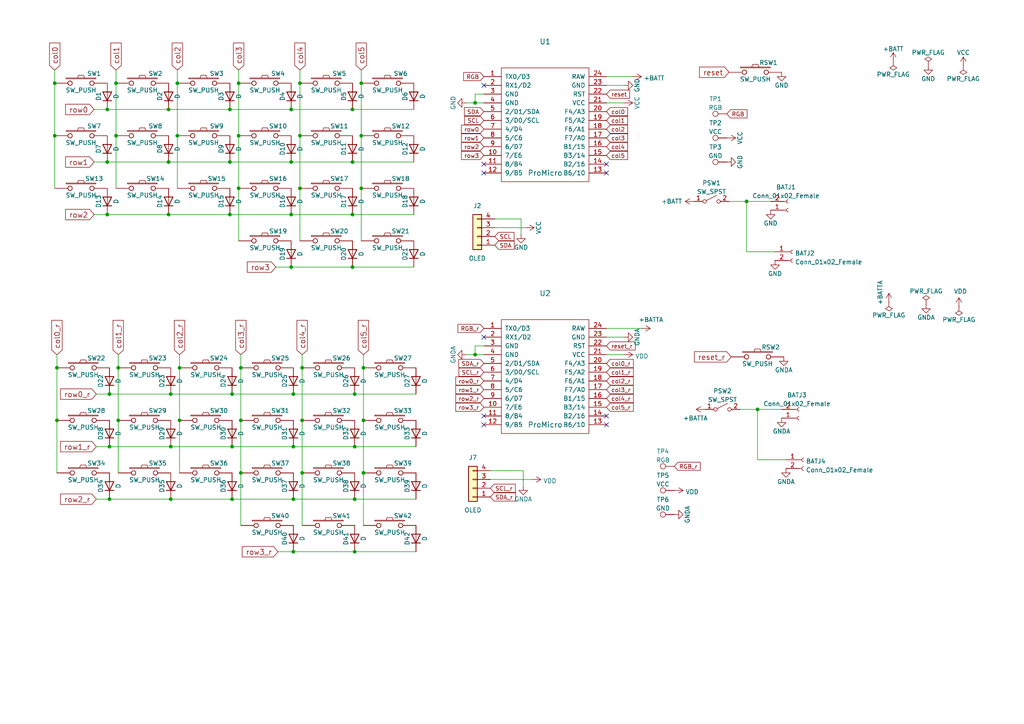
<source format=kicad_sch>
(kicad_sch (version 20211123) (generator eeschema)
  (paper "A4")
  (title_block (title "Corne Light") (date "2020-10-13") (rev "2.0") (company "foostan"))
  (lib_symbols
    (symbol "+BATT_2" (power) (pin_names (offset 0))
      (property "Value" "+BATT_2" (at -10.795 0 90))
      (symbol "+BATT_2_0_1"
        (polyline (pts (xy -0.762 1.27) (xy 0 2.54)))
        (polyline (pts (xy 0 0) (xy 0 2.54)))
        (polyline (pts (xy 0 2.54) (xy 0.762 1.27)))
      )
      (symbol "+BATT_2_1_1"
        (pin power_in line (at 0 0 90) (length 0) hide (name "+BATTA") (number "1"))
      )
    )
    (symbol "Connector:Conn_01x02_Female" (pin_names (offset 1.016) hide)
      (property "Reference" "J" (at 0 2.54 0))
      (property "Value" "Conn_01x02_Female" (at 0 -5.08 0))
      (symbol "Conn_01x02_Female_1_1"
        (arc (start 0 -2.032) (mid -0.508 -2.54) (end 0 -3.048) (stroke (width 0.1524)))
        (polyline (pts (xy -1.27 -2.54) (xy -0.508 -2.54)) (stroke (width 0.1524)))
        (polyline (pts (xy -1.27 0) (xy -0.508 0)) (stroke (width 0.1524)))
        (arc (start 0 0.508) (mid -0.508 0) (end 0 -0.508) (stroke (width 0.1524)))
        (pin passive line (at -5.08 0 0) (length 3.81) (name "Pin_1") (number "1"))
        (pin passive line (at -5.08 -2.54 0) (length 3.81) (name "Pin_2") (number "2"))
      )
    )
    (symbol "Connector:TestPoint" (pin_numbers hide) (pin_names (offset 0.762) hide)
      (property "Reference" "TP" (at 0 6.858 0))
      (property "Value" "TestPoint" (at 0 5.08 0))
      (symbol "TestPoint_0_1"
        (circle (center 0 3.302) (radius 0.762))
      )
      (symbol "TestPoint_1_1"
        (pin passive line (at 0 0 90) (length 2.54) (name "1") (number "1"))
      )
    )
    (symbol "Connector_Generic:Conn_01x04" (pin_names (offset 1.016) hide)
      (property "Reference" "J" (at 0 5.08 0))
      (property "Value" "Conn_01x04" (at 0 -7.62 0))
      (symbol "Conn_01x04_1_1"
        (rectangle (start -1.27 -4.953) (end 0 -5.207) (stroke (width 0.1524)))
        (rectangle (start -1.27 -2.413) (end 0 -2.667) (stroke (width 0.1524)))
        (rectangle (start -1.27 0.127) (end 0 -0.127) (stroke (width 0.1524)))
        (rectangle (start -1.27 2.667) (end 0 2.413) (stroke (width 0.1524)))
        (rectangle (start -1.27 3.81) (end 1.27 -6.35) (stroke (width 0.254)) (fill (type background)))
        (pin passive line (at -5.08 2.54 0) (length 3.81) (name "Pin_1") (number "1"))
        (pin passive line (at -5.08 0 0) (length 3.81) (name "Pin_2") (number "2"))
        (pin passive line (at -5.08 -2.54 0) (length 3.81) (name "Pin_3") (number "3"))
        (pin passive line (at -5.08 -5.08 0) (length 3.81) (name "Pin_4") (number "4"))
      )
    )
    (symbol "Device:D" (pin_numbers hide) (pin_names (offset 1.016) hide)
      (property "Reference" "D" (at 0 2.54 0))
      (property "Value" "D" (at 0 -2.54 0))
      (symbol "D_0_1"
        (polyline (pts (xy -1.27 1.27) (xy -1.27 -1.27)) (stroke (width 0.254)))
        (polyline (pts (xy 1.27 0) (xy -1.27 0)))
        (polyline (pts (xy 1.27 1.27) (xy 1.27 -1.27) (xy -1.27 0) (xy 1.27 1.27)) (stroke (width 0.254)))
      )
      (symbol "D_1_1"
        (pin passive line (at -3.81 0 0) (length 2.54) (name "K") (number "1"))
        (pin passive line (at 3.81 0 180) (length 2.54) (name "A") (number "2"))
      )
    )
    (symbol "Switch:SW_SPST" (pin_names (offset 0) hide)
      (property "Reference" "SW" (at 0 3.175 0))
      (property "Value" "SW_SPST" (at 0 -2.54 0))
      (symbol "SW_SPST_0_0"
        (circle (center -2.032 0) (radius 0.508))
        (polyline (pts (xy -1.524 0.254) (xy 1.524 1.778)))
        (circle (center 2.032 0) (radius 0.508))
      )
      (symbol "SW_SPST_1_1"
        (pin passive line (at -5.08 0 0) (length 2.54) (name "A") (number "1"))
        (pin passive line (at 5.08 0 180) (length 2.54) (name "B") (number "2"))
      )
    )
    (symbol "kbd:ProMicro" (pin_names (offset 1.016))
      (property "Reference" "U" (at 0 19.05 0))
      (property "Value" "ProMicro" (at 0 -19.05 0))
      (symbol "ProMicro_0_1"
        (rectangle (start -12.7 16.51) (end 12.7 -16.51))
      )
      (symbol "ProMicro_1_1"
        (pin bidirectional line (at -17.78 13.97 0) (length 5.08) (name "TX0/D3") (number "1"))
        (pin bidirectional line (at -17.78 -8.89 0) (length 5.08) (name "7/E6") (number "10"))
        (pin bidirectional line (at -17.78 -11.43 0) (length 5.08) (name "8/B4") (number "11"))
        (pin bidirectional line (at -17.78 -13.97 0) (length 5.08) (name "9/B5") (number "12"))
        (pin bidirectional line (at 17.78 -13.97 180) (length 5.08) (name "B6/10") (number "13"))
        (pin bidirectional line (at 17.78 -11.43 180) (length 5.08) (name "B2/16") (number "14"))
        (pin bidirectional line (at 17.78 -8.89 180) (length 5.08) (name "B3/14") (number "15"))
        (pin bidirectional line (at 17.78 -6.35 180) (length 5.08) (name "B1/15") (number "16"))
        (pin bidirectional line (at 17.78 -3.81 180) (length 5.08) (name "F7/A0") (number "17"))
        (pin bidirectional line (at 17.78 -1.27 180) (length 5.08) (name "F6/A1") (number "18"))
        (pin bidirectional line (at 17.78 1.27 180) (length 5.08) (name "F5/A2") (number "19"))
        (pin bidirectional line (at -17.78 11.43 0) (length 5.08) (name "RX1/D2") (number "2"))
        (pin bidirectional line (at 17.78 3.81 180) (length 5.08) (name "F4/A3") (number "20"))
        (pin power_in line (at 17.78 6.35 180) (length 5.08) (name "VCC") (number "21"))
        (pin input line (at 17.78 8.89 180) (length 5.08) (name "RST") (number "22"))
        (pin power_in line (at 17.78 11.43 180) (length 5.08) (name "GND") (number "23"))
        (pin power_out line (at 17.78 13.97 180) (length 5.08) (name "RAW") (number "24"))
        (pin power_in line (at -17.78 8.89 0) (length 5.08) (name "GND") (number "3"))
        (pin power_in line (at -17.78 6.35 0) (length 5.08) (name "GND") (number "4"))
        (pin bidirectional line (at -17.78 3.81 0) (length 5.08) (name "2/D1/SDA") (number "5"))
        (pin bidirectional line (at -17.78 1.27 0) (length 5.08) (name "3/D0/SCL") (number "6"))
        (pin bidirectional line (at -17.78 -1.27 0) (length 5.08) (name "4/D4") (number "7"))
        (pin bidirectional line (at -17.78 -3.81 0) (length 5.08) (name "5/C6") (number "8"))
        (pin bidirectional line (at -17.78 -6.35 0) (length 5.08) (name "6/D7") (number "9"))
      )
    )
    (symbol "kbd:SW_PUSH" (pin_numbers hide) (pin_names (offset 1.016) hide)
      (property "Reference" "SW" (at 3.81 2.794 0))
      (property "Value" "SW_PUSH" (at 0 -2.032 0))
      (symbol "SW_PUSH_0_1"
        (rectangle (start -4.318 1.27) (end 4.318 1.524))
        (polyline (pts (xy -1.016 1.524) (xy -0.762 2.286) (xy 0.762 2.286) (xy 1.016 1.524)))
        (pin passive inverted (at -7.62 0 0) (length 5.08) (name "1") (number "1"))
        (pin passive inverted (at 7.62 0 180) (length 5.08) (name "2") (number "2"))
      )
    )
    (symbol "power:+BATT" (power) (pin_names (offset 0))
      (property "Value" "+BATT" (at 0 3.556 0))
      (symbol "+BATT_0_1"
        (polyline (pts (xy -0.762 1.27) (xy 0 2.54)))
        (polyline (pts (xy 0 0) (xy 0 2.54)))
        (polyline (pts (xy 0 2.54) (xy 0.762 1.27)))
      )
      (symbol "+BATT_1_1"
        (pin power_in line (at 0 0 90) (length 0) hide (name "+BATT") (number "1"))
      )
    )
    (symbol "power:GND" (power) (pin_names (offset 0))
      (property "Value" "GND" (at 0 -3.81 0))
      (symbol "GND_0_1"
        (polyline (pts (xy 0 0) (xy 0 -1.27) (xy 1.27 -1.27) (xy 0 -2.54) (xy -1.27 -1.27) (xy 0 -1.27)))
      )
      (symbol "GND_1_1"
        (pin power_in line (at 0 0 270) (length 0) hide (name "GND") (number "1"))
      )
    )
    (symbol "power:GNDA" (power) (pin_names (offset 0))
      (property "Value" "GNDA" (at 0 -3.81 0))
      (symbol "GNDA_0_1"
        (polyline (pts (xy 0 0) (xy 0 -1.27) (xy 1.27 -1.27) (xy 0 -2.54) (xy -1.27 -1.27) (xy 0 -1.27)))
      )
      (symbol "GNDA_1_1"
        (pin power_in line (at 0 0 270) (length 0) hide (name "GNDA") (number "1"))
      )
    )
    (symbol "power:PWR_FLAG" (power) (pin_numbers hide) (pin_names (offset 0) hide)
      (property "Value" "PWR_FLAG" (at 0 3.81 0))
      (symbol "PWR_FLAG_0_0"
        (pin power_out line (at 0 0 90) (length 0) (name "pwr") (number "1"))
      )
      (symbol "PWR_FLAG_0_1"
        (polyline (pts (xy 0 0) (xy 0 1.27) (xy -1.016 1.905) (xy 0 2.54) (xy 1.016 1.905) (xy 0 1.27)))
      )
    )
    (symbol "power:VCC" (power) (pin_names (offset 0))
      (property "Value" "VCC" (at 0 3.81 0))
      (symbol "VCC_0_1"
        (polyline (pts (xy -0.762 1.27) (xy 0 2.54)))
        (polyline (pts (xy 0 0) (xy 0 2.54)))
        (polyline (pts (xy 0 2.54) (xy 0.762 1.27)))
      )
      (symbol "VCC_1_1"
        (pin power_in line (at 0 0 90) (length 0) hide (name "VCC") (number "1"))
      )
    )
    (symbol "power:VDD" (power) (pin_names (offset 0))
      (property "Value" "VDD" (at 0 3.81 0))
      (symbol "VDD_0_1"
        (polyline (pts (xy -0.762 1.27) (xy 0 2.54)))
        (polyline (pts (xy 0 0) (xy 0 2.54)))
        (polyline (pts (xy 0 2.54) (xy 0.762 1.27)))
      )
      (symbol "VDD_1_1"
        (pin power_in line (at 0 0 90) (length 0) hide (name "VDD") (number "1"))
      )
    )
  )
  (junction (at 86.995 39.37))
  (junction (at 87.63 121.92))
  (junction (at 66.675 46.99))
  (junction (at 31.115 62.23))
  (junction (at 52.07 121.92))
  (junction (at 49.53 114.3))
  (junction (at 31.75 129.54))
  (junction (at 219.71 118.745))
  (junction (at 49.53 144.78))
  (junction (at 137.795 102.87))
  (junction (at 105.41 137.16))
  (junction (at 102.235 31.75))
  (junction (at 51.435 24.13))
  (junction (at 48.895 62.23))
  (junction (at 67.31 114.3))
  (junction (at 85.09 160.02))
  (junction (at 48.895 31.75))
  (junction (at 66.675 31.75))
  (junction (at 31.115 31.75))
  (junction (at 86.995 24.13))
  (junction (at 33.655 24.13))
  (junction (at 87.63 106.68))
  (junction (at 33.655 39.37))
  (junction (at 87.63 137.16))
  (junction (at 105.41 121.92))
  (junction (at 102.235 46.99))
  (junction (at 102.87 144.78))
  (junction (at 102.87 160.02))
  (junction (at 31.115 46.99))
  (junction (at 104.775 54.61))
  (junction (at 85.09 114.3))
  (junction (at 67.31 129.54))
  (junction (at 84.455 31.75))
  (junction (at 84.455 77.47))
  (junction (at 34.29 106.68))
  (junction (at 84.455 62.23))
  (junction (at 102.87 114.3))
  (junction (at 66.675 62.23))
  (junction (at 69.85 121.92))
  (junction (at 69.215 54.61))
  (junction (at 31.75 114.3))
  (junction (at 102.235 62.23))
  (junction (at 69.215 39.37))
  (junction (at 102.235 77.47))
  (junction (at 15.875 39.37))
  (junction (at 34.29 121.92))
  (junction (at 67.31 144.78))
  (junction (at 102.87 129.54))
  (junction (at 51.435 39.37))
  (junction (at 49.53 129.54))
  (junction (at 86.995 54.61))
  (junction (at 69.85 137.16))
  (junction (at 15.875 24.13))
  (junction (at 216.535 58.42))
  (junction (at 105.41 106.68))
  (junction (at 52.07 106.68))
  (junction (at 16.51 106.68))
  (junction (at 31.75 144.78))
  (junction (at 84.455 46.99))
  (junction (at 85.09 144.78))
  (junction (at 104.775 39.37))
  (junction (at 69.85 106.68))
  (junction (at 16.51 121.92))
  (junction (at 85.09 129.54))
  (junction (at 104.775 24.13))
  (junction (at 137.795 29.845))
  (junction (at 69.215 24.13))
  (junction (at 48.895 46.99))
  (no_connect (at 140.335 24.765))
  (no_connect (at 175.895 47.625))
  (no_connect (at 140.335 123.19))
  (no_connect (at 175.895 123.19))
  (no_connect (at 140.335 47.625))
  (no_connect (at 140.335 50.165))
  (no_connect (at 175.895 50.165))
  (no_connect (at 140.335 120.65))
  (no_connect (at 140.335 97.79))
  (no_connect (at 175.895 120.65))
  (wire (pts (xy 104.775 54.61) (xy 104.775 69.85)))
  (wire (pts (xy 104.775 24.13) (xy 104.775 39.37)))
  (wire (pts (xy 15.875 20.32) (xy 15.875 24.13)))
  (wire (pts (xy 34.29 106.68) (xy 34.29 121.92)))
  (wire (pts (xy 27.94 129.54) (xy 31.75 129.54)))
  (wire (pts (xy 86.995 20.32) (xy 86.995 24.13)))
  (wire (pts (xy 34.29 102.87) (xy 34.29 106.68)))
  (wire (pts (xy 175.895 102.87) (xy 180.975 102.87)))
  (wire (pts (xy 69.215 54.61) (xy 69.215 69.85)))
  (wire (pts (xy 219.71 118.745) (xy 226.695 118.745)))
  (wire (pts (xy 142.24 139.065) (xy 154.305 139.065)))
  (wire (pts (xy 105.41 106.68) (xy 105.41 121.92)))
  (wire (pts (xy 49.53 129.54) (xy 67.31 129.54)))
  (wire (pts (xy 214.63 118.745) (xy 219.71 118.745)))
  (wire (pts (xy 66.675 31.75) (xy 84.455 31.75)))
  (wire (pts (xy 102.87 144.78) (xy 120.65 144.78)))
  (wire (pts (xy 31.75 129.54) (xy 49.53 129.54)))
  (wire (pts (xy 48.895 46.99) (xy 66.675 46.99)))
  (wire (pts (xy 27.305 46.99) (xy 31.115 46.99)))
  (wire (pts (xy 105.41 137.16) (xy 105.41 152.4)))
  (wire (pts (xy 16.51 121.92) (xy 16.51 137.16)))
  (wire (pts (xy 31.115 62.23) (xy 48.895 62.23)))
  (wire (pts (xy 137.795 27.305) (xy 137.795 29.845)))
  (wire (pts (xy 216.535 58.42) (xy 216.535 73.025)))
  (wire (pts (xy 102.235 62.23) (xy 120.015 62.23)))
  (wire (pts (xy 87.63 102.87) (xy 87.63 106.68)))
  (wire (pts (xy 227.965 133.35) (xy 219.71 133.35)))
  (wire (pts (xy 84.455 46.99) (xy 102.235 46.99)))
  (wire (pts (xy 135.255 29.845) (xy 137.795 29.845)))
  (wire (pts (xy 16.51 102.87) (xy 16.51 106.68)))
  (wire (pts (xy 84.455 77.47) (xy 102.235 77.47)))
  (wire (pts (xy 31.75 144.78) (xy 49.53 144.78)))
  (wire (pts (xy 175.895 22.225) (xy 183.515 22.225)))
  (wire (pts (xy 84.455 31.75) (xy 102.235 31.75)))
  (wire (pts (xy 137.795 102.87) (xy 140.335 102.87)))
  (wire (pts (xy 52.07 106.68) (xy 52.07 121.92)))
  (wire (pts (xy 33.655 24.13) (xy 33.655 39.37)))
  (wire (pts (xy 102.87 129.54) (xy 120.65 129.54)))
  (wire (pts (xy 137.795 29.845) (xy 140.335 29.845)))
  (wire (pts (xy 151.765 136.525) (xy 151.765 140.97)))
  (wire (pts (xy 69.215 20.32) (xy 69.215 24.13)))
  (wire (pts (xy 140.335 27.305) (xy 137.795 27.305)))
  (wire (pts (xy 85.09 160.02) (xy 102.87 160.02)))
  (wire (pts (xy 175.895 95.25) (xy 186.055 95.25)))
  (wire (pts (xy 175.895 97.79) (xy 180.975 97.79)))
  (wire (pts (xy 216.535 73.025) (xy 224.79 73.025)))
  (wire (pts (xy 137.795 100.33) (xy 137.795 102.87)))
  (wire (pts (xy 85.09 144.78) (xy 102.87 144.78)))
  (wire (pts (xy 151.13 67.945) (xy 151.13 63.5)))
  (wire (pts (xy 105.41 102.87) (xy 105.41 106.68)))
  (wire (pts (xy 66.675 62.23) (xy 84.455 62.23)))
  (wire (pts (xy 175.895 29.845) (xy 180.975 29.845)))
  (wire (pts (xy 52.07 102.87) (xy 52.07 106.68)))
  (wire (pts (xy 33.655 20.32) (xy 33.655 24.13)))
  (wire (pts (xy 27.305 62.23) (xy 31.115 62.23)))
  (wire (pts (xy 175.895 24.765) (xy 180.975 24.765)))
  (wire (pts (xy 211.455 58.42) (xy 216.535 58.42)))
  (wire (pts (xy 142.24 136.525) (xy 151.765 136.525)))
  (wire (pts (xy 67.31 144.78) (xy 85.09 144.78)))
  (wire (pts (xy 51.435 24.13) (xy 51.435 39.37)))
  (wire (pts (xy 31.115 31.75) (xy 48.895 31.75)))
  (wire (pts (xy 102.235 77.47) (xy 120.015 77.47)))
  (wire (pts (xy 219.71 133.35) (xy 219.71 118.745)))
  (wire (pts (xy 67.31 114.3) (xy 85.09 114.3)))
  (wire (pts (xy 104.775 39.37) (xy 104.775 54.61)))
  (wire (pts (xy 48.895 31.75) (xy 66.675 31.75)))
  (wire (pts (xy 51.435 20.32) (xy 51.435 24.13)))
  (wire (pts (xy 69.85 137.16) (xy 69.85 152.4)))
  (wire (pts (xy 216.535 58.42) (xy 223.52 58.42)))
  (wire (pts (xy 69.215 24.13) (xy 69.215 39.37)))
  (wire (pts (xy 140.335 100.33) (xy 137.795 100.33)))
  (wire (pts (xy 102.87 114.3) (xy 120.65 114.3)))
  (wire (pts (xy 34.29 121.92) (xy 34.29 137.16)))
  (wire (pts (xy 49.53 114.3) (xy 67.31 114.3)))
  (wire (pts (xy 105.41 121.92) (xy 105.41 137.16)))
  (wire (pts (xy 15.875 39.37) (xy 15.875 54.61)))
  (wire (pts (xy 49.53 144.78) (xy 67.31 144.78)))
  (wire (pts (xy 66.675 46.99) (xy 84.455 46.99)))
  (wire (pts (xy 15.875 24.13) (xy 15.875 39.37)))
  (wire (pts (xy 84.455 62.23) (xy 102.235 62.23)))
  (wire (pts (xy 51.435 39.37) (xy 51.435 54.61)))
  (wire (pts (xy 102.87 160.02) (xy 120.65 160.02)))
  (wire (pts (xy 135.255 102.87) (xy 137.795 102.87)))
  (wire (pts (xy 87.63 137.16) (xy 87.63 152.4)))
  (wire (pts (xy 80.01 77.47) (xy 84.455 77.47)))
  (wire (pts (xy 85.09 129.54) (xy 102.87 129.54)))
  (wire (pts (xy 86.995 24.13) (xy 86.995 39.37)))
  (wire (pts (xy 104.775 20.32) (xy 104.775 24.13)))
  (wire (pts (xy 27.305 31.75) (xy 31.115 31.75)))
  (wire (pts (xy 86.995 39.37) (xy 86.995 54.61)))
  (wire (pts (xy 31.75 114.3) (xy 49.53 114.3)))
  (wire (pts (xy 143.51 66.04) (xy 152.4 66.04)))
  (wire (pts (xy 69.85 106.68) (xy 69.85 121.92)))
  (wire (pts (xy 102.235 46.99) (xy 120.015 46.99)))
  (wire (pts (xy 27.94 144.78) (xy 31.75 144.78)))
  (wire (pts (xy 27.94 114.3) (xy 31.75 114.3)))
  (wire (pts (xy 87.63 106.68) (xy 87.63 121.92)))
  (wire (pts (xy 80.645 160.02) (xy 85.09 160.02)))
  (wire (pts (xy 69.85 102.87) (xy 69.85 106.68)))
  (wire (pts (xy 102.235 31.75) (xy 120.015 31.75)))
  (wire (pts (xy 151.13 63.5) (xy 143.51 63.5)))
  (wire (pts (xy 48.895 62.23) (xy 66.675 62.23)))
  (wire (pts (xy 85.09 114.3) (xy 102.87 114.3)))
  (wire (pts (xy 16.51 106.68) (xy 16.51 121.92)))
  (wire (pts (xy 69.215 39.37) (xy 69.215 54.61)))
  (wire (pts (xy 31.115 46.99) (xy 48.895 46.99)))
  (wire (pts (xy 52.07 121.92) (xy 52.07 137.16)))
  (wire (pts (xy 33.655 39.37) (xy 33.655 54.61)))
  (wire (pts (xy 86.995 54.61) (xy 86.995 69.85)))
  (wire (pts (xy 69.85 121.92) (xy 69.85 137.16)))
  (wire (pts (xy 87.63 121.92) (xy 87.63 137.16)))
  (wire (pts (xy 67.31 129.54) (xy 85.09 129.54)))
  (global_label "col2_r" (shape input) (at 175.895 110.49 0) (effects (font (size 1.1938 1.1938))) (property "Intersheet References" "${INTERSHEET_REFS}" (effects hide)))
  (global_label "RGB" (shape input) (at 210.82 33.02 0) (effects (font (size 1.1938 1.1938))) (property "Intersheet References" "${INTERSHEET_REFS}" (effects hide)))
  (global_label "col3" (shape input) (at 69.215 20.32 90) (effects (font (size 1.524 1.524))) (property "Intersheet References" "${INTERSHEET_REFS}" (effects hide)))
  (global_label "RGB" (shape input) (at 140.335 22.225 180) (effects (font (size 1.1938 1.1938))) (property "Intersheet References" "${INTERSHEET_REFS}" (effects hide)))
  (global_label "col2_r" (shape input) (at 52.07 102.87 90) (effects (font (size 1.524 1.524))) (property "Intersheet References" "${INTERSHEET_REFS}" (effects hide)))
  (global_label "row2" (shape input) (at 140.335 42.545 180) (effects (font (size 1.1938 1.1938))) (property "Intersheet References" "${INTERSHEET_REFS}" (effects hide)))
  (global_label "SCL" (shape input) (at 143.51 68.58 0) (effects (font (size 1.1938 1.1938))) (property "Intersheet References" "${INTERSHEET_REFS}" (effects hide)))
  (global_label "row0" (shape input) (at 27.305 31.75 180) (effects (font (size 1.524 1.524))) (property "Intersheet References" "${INTERSHEET_REFS}" (effects hide)))
  (global_label "reset" (shape input) (at 211.455 20.955 180) (effects (font (size 1.524 1.524))) (property "Intersheet References" "${INTERSHEET_REFS}" (effects hide)))
  (global_label "reset_r" (shape input) (at 175.895 100.33 0) (effects (font (size 1.1938 1.1938))) (property "Intersheet References" "${INTERSHEET_REFS}" (effects hide)))
  (global_label "col0" (shape input) (at 175.895 32.385 0) (effects (font (size 1.1938 1.1938))) (property "Intersheet References" "${INTERSHEET_REFS}" (effects hide)))
  (global_label "col3_r" (shape input) (at 69.85 102.87 90) (effects (font (size 1.524 1.524))) (property "Intersheet References" "${INTERSHEET_REFS}" (effects hide)))
  (global_label "row3_r" (shape input) (at 140.335 118.11 180) (effects (font (size 1.1938 1.1938))) (property "Intersheet References" "${INTERSHEET_REFS}" (effects hide)))
  (global_label "row3" (shape input) (at 80.01 77.47 180) (effects (font (size 1.524 1.524))) (property "Intersheet References" "${INTERSHEET_REFS}" (effects hide)))
  (global_label "col2" (shape input) (at 175.895 37.465 0) (effects (font (size 1.1938 1.1938))) (property "Intersheet References" "${INTERSHEET_REFS}" (effects hide)))
  (global_label "SCL_r" (shape input) (at 140.335 107.95 180) (effects (font (size 1.1938 1.1938))) (property "Intersheet References" "${INTERSHEET_REFS}" (effects hide)))
  (global_label "row1_r" (shape input) (at 27.94 129.54 180) (effects (font (size 1.524 1.524))) (property "Intersheet References" "${INTERSHEET_REFS}" (effects hide)))
  (global_label "col2" (shape input) (at 51.435 20.32 90) (effects (font (size 1.524 1.524))) (property "Intersheet References" "${INTERSHEET_REFS}" (effects hide)))
  (global_label "col1_r" (shape input) (at 175.895 107.95 0) (effects (font (size 1.1938 1.1938))) (property "Intersheet References" "${INTERSHEET_REFS}" (effects hide)))
  (global_label "col4" (shape input) (at 175.895 42.545 0) (effects (font (size 1.1938 1.1938))) (property "Intersheet References" "${INTERSHEET_REFS}" (effects hide)))
  (global_label "reset_r" (shape input) (at 212.09 103.505 180) (effects (font (size 1.524 1.524))) (property "Intersheet References" "${INTERSHEET_REFS}" (effects hide)))
  (global_label "SDA" (shape input) (at 140.335 32.385 180) (effects (font (size 1.1938 1.1938))) (property "Intersheet References" "${INTERSHEET_REFS}" (effects hide)))
  (global_label "SDA" (shape input) (at 143.51 71.12 0) (effects (font (size 1.1938 1.1938))) (property "Intersheet References" "${INTERSHEET_REFS}" (effects hide)))
  (global_label "col0" (shape input) (at 15.875 20.32 90) (effects (font (size 1.524 1.524))) (property "Intersheet References" "${INTERSHEET_REFS}" (effects hide)))
  (global_label "row3" (shape input) (at 140.335 45.085 180) (effects (font (size 1.1938 1.1938))) (property "Intersheet References" "${INTERSHEET_REFS}" (effects hide)))
  (global_label "row2_r" (shape input) (at 27.94 144.78 180) (effects (font (size 1.524 1.524))) (property "Intersheet References" "${INTERSHEET_REFS}" (effects hide)))
  (global_label "col3_r" (shape input) (at 175.895 113.03 0) (effects (font (size 1.1938 1.1938))) (property "Intersheet References" "${INTERSHEET_REFS}" (effects hide)))
  (global_label "col5_r" (shape input) (at 175.895 118.11 0) (effects (font (size 1.1938 1.1938))) (property "Intersheet References" "${INTERSHEET_REFS}" (effects hide)))
  (global_label "row0_r" (shape input) (at 27.94 114.3 180) (effects (font (size 1.524 1.524))) (property "Intersheet References" "${INTERSHEET_REFS}" (effects hide)))
  (global_label "col4" (shape input) (at 86.995 20.32 90) (effects (font (size 1.524 1.524))) (property "Intersheet References" "${INTERSHEET_REFS}" (effects hide)))
  (global_label "row2" (shape input) (at 27.305 62.23 180) (effects (font (size 1.524 1.524))) (property "Intersheet References" "${INTERSHEET_REFS}" (effects hide)))
  (global_label "SDA_r" (shape input) (at 140.335 105.41 180) (effects (font (size 1.1938 1.1938))) (property "Intersheet References" "${INTERSHEET_REFS}" (effects hide)))
  (global_label "col1" (shape input) (at 33.655 20.32 90) (effects (font (size 1.524 1.524))) (property "Intersheet References" "${INTERSHEET_REFS}" (effects hide)))
  (global_label "SCL" (shape input) (at 140.335 34.925 180) (effects (font (size 1.1938 1.1938))) (property "Intersheet References" "${INTERSHEET_REFS}" (effects hide)))
  (global_label "col5" (shape input) (at 104.775 20.32 90) (effects (font (size 1.524 1.524))) (property "Intersheet References" "${INTERSHEET_REFS}" (effects hide)))
  (global_label "SDA_r" (shape input) (at 142.24 144.145 0) (effects (font (size 1.1938 1.1938))) (property "Intersheet References" "${INTERSHEET_REFS}" (effects hide)))
  (global_label "col1_r" (shape input) (at 34.29 102.87 90) (effects (font (size 1.524 1.524))) (property "Intersheet References" "${INTERSHEET_REFS}" (effects hide)))
  (global_label "row1_r" (shape input) (at 140.335 113.03 180) (effects (font (size 1.1938 1.1938))) (property "Intersheet References" "${INTERSHEET_REFS}" (effects hide)))
  (global_label "RGB_r" (shape input) (at 195.58 135.255 0) (effects (font (size 1.1938 1.1938))) (property "Intersheet References" "${INTERSHEET_REFS}" (effects hide)))
  (global_label "col0_r" (shape input) (at 16.51 102.87 90) (effects (font (size 1.524 1.524))) (property "Intersheet References" "${INTERSHEET_REFS}" (effects hide)))
  (global_label "col1" (shape input) (at 175.895 34.925 0) (effects (font (size 1.1938 1.1938))) (property "Intersheet References" "${INTERSHEET_REFS}" (effects hide)))
  (global_label "col5" (shape input) (at 175.895 45.085 0) (effects (font (size 1.1938 1.1938))) (property "Intersheet References" "${INTERSHEET_REFS}" (effects hide)))
  (global_label "row3_r" (shape input) (at 80.645 160.02 180) (effects (font (size 1.524 1.524))) (property "Intersheet References" "${INTERSHEET_REFS}" (effects hide)))
  (global_label "col3" (shape input) (at 175.895 40.005 0) (effects (font (size 1.1938 1.1938))) (property "Intersheet References" "${INTERSHEET_REFS}" (effects hide)))
  (global_label "row1" (shape input) (at 140.335 40.005 180) (effects (font (size 1.1938 1.1938))) (property "Intersheet References" "${INTERSHEET_REFS}" (effects hide)))
  (global_label "reset" (shape input) (at 175.895 27.305 0) (effects (font (size 1.1938 1.1938))) (property "Intersheet References" "${INTERSHEET_REFS}" (effects hide)))
  (global_label "col4_r" (shape input) (at 175.895 115.57 0) (effects (font (size 1.1938 1.1938))) (property "Intersheet References" "${INTERSHEET_REFS}" (effects hide)))
  (global_label "col4_r" (shape input) (at 87.63 102.87 90) (effects (font (size 1.524 1.524))) (property "Intersheet References" "${INTERSHEET_REFS}" (effects hide)))
  (global_label "row0_r" (shape input) (at 140.335 110.49 180) (effects (font (size 1.1938 1.1938))) (property "Intersheet References" "${INTERSHEET_REFS}" (effects hide)))
  (global_label "SCL_r" (shape input) (at 142.24 141.605 0) (effects (font (size 1.1938 1.1938))) (property "Intersheet References" "${INTERSHEET_REFS}" (effects hide)))
  (global_label "col0_r" (shape input) (at 175.895 105.41 0) (effects (font (size 1.1938 1.1938))) (property "Intersheet References" "${INTERSHEET_REFS}" (effects hide)))
  (global_label "RGB_r" (shape input) (at 140.335 95.25 180) (effects (font (size 1.1938 1.1938))) (property "Intersheet References" "${INTERSHEET_REFS}" (effects hide)))
  (global_label "row0" (shape input) (at 140.335 37.465 180) (effects (font (size 1.1938 1.1938))) (property "Intersheet References" "${INTERSHEET_REFS}" (effects hide)))
  (global_label "col5_r" (shape input) (at 105.41 102.87 90) (effects (font (size 1.524 1.524))) (property "Intersheet References" "${INTERSHEET_REFS}" (effects hide)))
  (global_label "row1" (shape input) (at 27.305 46.99 180) (effects (font (size 1.524 1.524))) (property "Intersheet References" "${INTERSHEET_REFS}" (effects hide)))
  (global_label "row2_r" (shape input) (at 140.335 115.57 180) (effects (font (size 1.1938 1.1938))) (property "Intersheet References" "${INTERSHEET_REFS}" (effects hide)))
  (symbol (lib_id "kbd:ProMicro") (at 158.115 36.195 0) (unit 1)
    (property "Reference" "U1" (at 158.115 12.065 0) (effects (font (size 1.524 1.524))))
    (property "Value" "ProMicro" (at 158.115 50.165 0) (effects (font (size 1.524 1.524))))
    (property "Footprint" "kbd:ProMicro_v3" (effects hide))
  )
  (symbol (lib_id "kbd:SW_PUSH") (at 41.275 24.13 0) (unit 1)
    (property "Reference" "SW2" (at 45.085 21.336 0))
    (property "Value" "SW_PUSH" (at 41.275 26.162 0))
    (property "Footprint" "gateron-ks27:gateron-ks27-choc-v1" (effects hide))
  )
  (symbol (lib_id "Device:D") (at 48.895 27.94 90) (unit 1)
    (property "Reference" "D2" (at 46.355 27.94 0))
    (property "Value" "D" (at 51.435 27.94 0))
    (property "Footprint" "kbd:D3_TH" (effects hide))
  )
  (symbol (lib_id "kbd:SW_PUSH") (at 59.055 24.13 0) (unit 1)
    (property "Reference" "SW3" (at 62.865 21.336 0))
    (property "Value" "SW_PUSH" (at 59.055 26.162 0))
    (property "Footprint" "gateron-ks27:gateron-ks27-choc-v1" (effects hide))
  )
  (symbol (lib_id "Device:D") (at 66.675 27.94 90) (unit 1)
    (property "Reference" "D3" (at 64.135 27.94 0))
    (property "Value" "D" (at 69.215 27.94 0))
    (property "Footprint" "kbd:D3_TH" (effects hide))
  )
  (symbol (lib_id "kbd:SW_PUSH") (at 76.835 24.13 0) (unit 1)
    (property "Reference" "SW4" (at 80.645 21.336 0))
    (property "Value" "SW_PUSH" (at 76.835 26.162 0))
    (property "Footprint" "gateron-ks27:gateron-ks27-choc-v1" (effects hide))
  )
  (symbol (lib_id "kbd:SW_PUSH") (at 94.615 24.13 0) (unit 1)
    (property "Reference" "SW5" (at 98.425 21.336 0))
    (property "Value" "SW_PUSH" (at 94.615 26.162 0))
    (property "Footprint" "gateron-ks27:gateron-ks27-choc-v1" (effects hide))
  )
  (symbol (lib_id "kbd:SW_PUSH") (at 112.395 24.13 0) (unit 1)
    (property "Reference" "SW6" (at 116.205 21.336 0))
    (property "Value" "SW_PUSH" (at 112.395 26.162 0))
    (property "Footprint" "gateron-ks27:gateron-ks27-choc-v1" (effects hide))
  )
  (symbol (lib_id "Device:D") (at 84.455 27.94 90) (unit 1)
    (property "Reference" "D4" (at 81.915 27.94 0))
    (property "Value" "D" (at 86.995 27.94 0))
    (property "Footprint" "kbd:D3_TH" (effects hide))
  )
  (symbol (lib_id "Device:D") (at 102.235 27.94 90) (unit 1)
    (property "Reference" "D5" (at 99.695 27.94 0))
    (property "Value" "D" (at 104.775 27.94 0))
    (property "Footprint" "kbd:D3_TH" (effects hide))
  )
  (symbol (lib_id "Device:D") (at 120.015 27.94 90) (unit 1)
    (property "Reference" "D6" (at 117.475 27.94 0))
    (property "Value" "D" (at 122.555 27.94 0))
    (property "Footprint" "kbd:D3_TH" (effects hide))
  )
  (symbol (lib_id "kbd:SW_PUSH") (at 23.495 24.13 0) (unit 1)
    (property "Reference" "SW1" (at 27.305 21.336 0))
    (property "Value" "SW_PUSH" (at 23.495 26.162 0))
    (property "Footprint" "gateron-ks27:gateron-ks27-choc-v1" (effects hide))
  )
  (symbol (lib_id "Device:D") (at 31.115 27.94 90) (unit 1)
    (property "Reference" "D1" (at 28.575 27.94 0))
    (property "Value" "D" (at 33.655 27.94 0))
    (property "Footprint" "kbd:D3_TH" (effects hide))
  )
  (symbol (lib_id "kbd:SW_PUSH") (at 41.275 39.37 0) (unit 1)
    (property "Reference" "SW8" (at 45.085 36.576 0))
    (property "Value" "SW_PUSH" (at 41.275 41.402 0))
    (property "Footprint" "gateron-ks27:gateron-ks27-choc-v1" (effects hide))
  )
  (symbol (lib_id "Device:D") (at 48.895 43.18 90) (unit 1)
    (property "Reference" "D8" (at 46.355 43.18 0))
    (property "Value" "D" (at 51.435 43.18 0))
    (property "Footprint" "kbd:D3_TH" (effects hide))
  )
  (symbol (lib_id "kbd:SW_PUSH") (at 59.055 39.37 0) (unit 1)
    (property "Reference" "SW9" (at 62.865 36.576 0))
    (property "Value" "SW_PUSH" (at 59.055 41.402 0))
    (property "Footprint" "gateron-ks27:gateron-ks27-choc-v1" (effects hide))
  )
  (symbol (lib_id "Device:D") (at 66.675 43.18 90) (unit 1)
    (property "Reference" "D9" (at 64.135 43.18 0))
    (property "Value" "D" (at 69.215 43.18 0))
    (property "Footprint" "kbd:D3_TH" (effects hide))
  )
  (symbol (lib_id "kbd:SW_PUSH") (at 76.835 39.37 0) (unit 1)
    (property "Reference" "SW10" (at 80.645 36.576 0))
    (property "Value" "SW_PUSH" (at 76.835 41.402 0))
    (property "Footprint" "gateron-ks27:gateron-ks27-choc-v1" (effects hide))
  )
  (symbol (lib_id "kbd:SW_PUSH") (at 94.615 39.37 0) (unit 1)
    (property "Reference" "SW11" (at 98.425 36.576 0))
    (property "Value" "SW_PUSH" (at 94.615 41.402 0))
    (property "Footprint" "gateron-ks27:gateron-ks27-choc-v1" (effects hide))
  )
  (symbol (lib_id "kbd:SW_PUSH") (at 112.395 39.37 0) (unit 1)
    (property "Reference" "SW12" (at 116.205 36.576 0))
    (property "Value" "SW_PUSH" (at 112.395 41.402 0))
    (property "Footprint" "gateron-ks27:gateron-ks27-choc-v1" (effects hide))
  )
  (symbol (lib_id "Device:D") (at 84.455 43.18 90) (unit 1)
    (property "Reference" "D10" (at 81.915 43.18 0))
    (property "Value" "D" (at 86.995 43.18 0))
    (property "Footprint" "kbd:D3_TH" (effects hide))
  )
  (symbol (lib_id "Device:D") (at 102.235 43.18 90) (unit 1)
    (property "Reference" "D11" (at 99.695 43.18 0))
    (property "Value" "D" (at 104.775 43.18 0))
    (property "Footprint" "kbd:D3_TH" (effects hide))
  )
  (symbol (lib_id "Device:D") (at 120.015 43.18 90) (unit 1)
    (property "Reference" "D12" (at 117.475 43.18 0))
    (property "Value" "D" (at 122.555 43.18 0))
    (property "Footprint" "kbd:D3_TH" (effects hide))
  )
  (symbol (lib_id "kbd:SW_PUSH") (at 23.495 39.37 0) (unit 1)
    (property "Reference" "SW7" (at 27.305 36.576 0))
    (property "Value" "SW_PUSH" (at 23.495 41.402 0))
    (property "Footprint" "gateron-ks27:gateron-ks27-choc-v1" (effects hide))
  )
  (symbol (lib_id "Device:D") (at 31.115 43.18 90) (unit 1)
    (property "Reference" "D7" (at 28.575 43.18 0))
    (property "Value" "D" (at 33.655 43.18 0))
    (property "Footprint" "kbd:D3_TH" (effects hide))
  )
  (symbol (lib_id "kbd:SW_PUSH") (at 41.275 54.61 0) (unit 1)
    (property "Reference" "SW14" (at 45.085 51.816 0))
    (property "Value" "SW_PUSH" (at 41.275 56.642 0))
    (property "Footprint" "gateron-ks27:gateron-ks27-choc-v1" (effects hide))
  )
  (symbol (lib_id "Device:D") (at 48.895 58.42 90) (unit 1)
    (property "Reference" "D14" (at 46.355 58.42 0))
    (property "Value" "D" (at 51.435 58.42 0))
    (property "Footprint" "kbd:D3_TH" (effects hide))
  )
  (symbol (lib_id "kbd:SW_PUSH") (at 59.055 54.61 0) (unit 1)
    (property "Reference" "SW15" (at 62.865 51.816 0))
    (property "Value" "SW_PUSH" (at 59.055 56.642 0))
    (property "Footprint" "gateron-ks27:gateron-ks27-choc-v1" (effects hide))
  )
  (symbol (lib_id "Device:D") (at 66.675 58.42 90) (unit 1)
    (property "Reference" "D15" (at 64.135 58.42 0))
    (property "Value" "D" (at 69.215 58.42 0))
    (property "Footprint" "kbd:D3_TH" (effects hide))
  )
  (symbol (lib_id "kbd:SW_PUSH") (at 76.835 54.61 0) (unit 1)
    (property "Reference" "SW16" (at 80.645 51.816 0))
    (property "Value" "SW_PUSH" (at 76.835 56.642 0))
    (property "Footprint" "gateron-ks27:gateron-ks27-choc-v1" (effects hide))
  )
  (symbol (lib_id "kbd:SW_PUSH") (at 94.615 54.61 0) (unit 1)
    (property "Reference" "SW17" (at 98.425 51.816 0))
    (property "Value" "SW_PUSH" (at 94.615 56.642 0))
    (property "Footprint" "gateron-ks27:gateron-ks27-choc-v1" (effects hide))
  )
  (symbol (lib_id "kbd:SW_PUSH") (at 112.395 54.61 0) (unit 1)
    (property "Reference" "SW18" (at 116.205 51.816 0))
    (property "Value" "SW_PUSH" (at 112.395 56.642 0))
    (property "Footprint" "gateron-ks27:gateron-ks27-choc-v1" (effects hide))
  )
  (symbol (lib_id "Device:D") (at 84.455 58.42 90) (unit 1)
    (property "Reference" "D16" (at 81.915 58.42 0))
    (property "Value" "D" (at 86.995 58.42 0))
    (property "Footprint" "kbd:D3_TH" (effects hide))
  )
  (symbol (lib_id "Device:D") (at 102.235 58.42 90) (unit 1)
    (property "Reference" "D17" (at 99.695 58.42 0))
    (property "Value" "D" (at 104.775 58.42 0))
    (property "Footprint" "kbd:D3_TH" (effects hide))
  )
  (symbol (lib_id "Device:D") (at 120.015 58.42 90) (unit 1)
    (property "Reference" "D18" (at 117.475 58.42 0))
    (property "Value" "D" (at 122.555 58.42 0))
    (property "Footprint" "kbd:D3_TH" (effects hide))
  )
  (symbol (lib_id "kbd:SW_PUSH") (at 23.495 54.61 0) (unit 1)
    (property "Reference" "SW13" (at 27.305 51.816 0))
    (property "Value" "SW_PUSH" (at 23.495 56.642 0))
    (property "Footprint" "gateron-ks27:gateron-ks27-choc-v1" (effects hide))
  )
  (symbol (lib_id "Device:D") (at 31.115 58.42 90) (unit 1)
    (property "Reference" "D13" (at 28.575 58.42 0))
    (property "Value" "D" (at 33.655 58.42 0))
    (property "Footprint" "kbd:D3_TH" (effects hide))
  )
  (symbol (lib_id "kbd:SW_PUSH") (at 94.615 69.85 0) (unit 1)
    (property "Reference" "SW20" (at 98.425 67.056 0))
    (property "Value" "SW_PUSH" (at 94.615 71.882 0))
    (property "Footprint" "gateron-ks27:gateron-ks27-choc-v1" (effects hide))
  )
  (symbol (lib_id "Device:D") (at 102.235 73.66 90) (unit 1)
    (property "Reference" "D20" (at 99.695 73.66 0))
    (property "Value" "D" (at 104.775 73.66 0))
    (property "Footprint" "kbd:D3_TH" (effects hide))
  )
  (symbol (lib_id "kbd:SW_PUSH") (at 112.395 69.85 0) (unit 1)
    (property "Reference" "SW21" (at 116.205 67.056 0))
    (property "Value" "SW_PUSH" (at 112.395 71.882 0))
    (property "Footprint" "gateron-ks27:gateron-ks27-choc-v1-1.5u" (effects hide))
  )
  (symbol (lib_id "Device:D") (at 120.015 73.66 90) (unit 1)
    (property "Reference" "D21" (at 117.475 73.66 0))
    (property "Value" "D" (at 122.555 73.66 0))
    (property "Footprint" "kbd:D3_TH" (effects hide))
  )
  (symbol (lib_id "kbd:SW_PUSH") (at 76.835 69.85 0) (unit 1)
    (property "Reference" "SW19" (at 80.645 67.056 0))
    (property "Value" "SW_PUSH" (at 76.835 71.882 0))
    (property "Footprint" "gateron-ks27:gateron-ks27-choc-v1" (effects hide))
  )
  (symbol (lib_id "Device:D") (at 84.455 73.66 90) (unit 1)
    (property "Reference" "D19" (at 81.915 73.66 0))
    (property "Value" "D" (at 86.995 73.66 0))
    (property "Footprint" "kbd:D3_TH" (effects hide))
  )
  (symbol (lib_id "power:GND") (at 180.975 24.765 90) (unit 1)
    (property "Reference" "#PWR03" (effects hide))
    (property "Value" "GND" (at 184.785 24.765 0))
  )
  (symbol (lib_id "power:VCC") (at 180.975 29.845 270) (unit 1)
    (property "Reference" "#PWR05" (effects hide))
    (property "Value" "VCC" (at 184.785 29.845 0))
  )
  (symbol (lib_id "power:GND") (at 135.255 29.845 270) (unit 1)
    (property "Reference" "#PWR04" (effects hide))
    (property "Value" "GND" (at 131.445 29.845 0))
  )
  (symbol (lib_id "power:GND") (at 269.24 19.05 0) (unit 1)
    (property "Reference" "#PWR01" (effects hide))
    (property "Value" "GND" (at 269.24 22.86 0))
  )
  (symbol (lib_id "power:VCC") (at 279.4 19.05 0) (unit 1)
    (property "Reference" "#PWR02" (effects hide))
    (property "Value" "VCC" (at 279.4 15.24 0))
  )
  (symbol (lib_id "power:PWR_FLAG") (at 279.4 19.05 180) (unit 1)
    (property "Reference" "#FLG02" (effects hide))
    (property "Value" "PWR_FLAG" (at 279.4 22.86 0))
  )
  (symbol (lib_id "power:PWR_FLAG") (at 269.24 19.05 0) (unit 1)
    (property "Reference" "#FLG01" (effects hide))
    (property "Value" "PWR_FLAG" (at 269.24 15.24 0))
  )
  (symbol (lib_id "kbd:SW_PUSH") (at 219.075 20.955 0) (unit 1)
    (property "Reference" "RSW1" (at 222.885 18.161 0))
    (property "Value" "SW_PUSH" (at 219.075 22.987 0))
    (property "Footprint" "kbd:ResetSW_1side" (effects hide))
  )
  (symbol (lib_id "power:GND") (at 226.695 20.955 0) (unit 1)
    (property "Reference" "#PWR07" (effects hide))
    (property "Value" "GND" (at 226.695 24.765 0))
  )
  (symbol (lib_id "Connector_Generic:Conn_01x04") (at 138.43 68.58 180) (unit 1)
    (property "Reference" "J2" (at 138.43 59.69 0))
    (property "Value" "OLED" (at 138.43 74.93 0))
    (property "Footprint" "kbd:OLED_1side" (effects hide))
  )
  (symbol (lib_id "power:GND") (at 151.13 67.945 0) (unit 1)
    (property "Reference" "#PWR019" (effects hide))
    (property "Value" "GND" (at 151.13 71.755 0))
  )
  (symbol (lib_id "power:VCC") (at 152.4 66.04 270) (unit 1)
    (property "Reference" "#PWR018" (effects hide))
    (property "Value" "VCC" (at 156.21 66.04 0))
  )
  (symbol (lib_id "kbd:ProMicro") (at 158.115 109.22 0) (unit 1)
    (property "Reference" "U2" (at 158.115 85.09 0) (effects (font (size 1.524 1.524))))
    (property "Value" "ProMicro" (at 158.115 123.19 0) (effects (font (size 1.524 1.524))))
    (property "Footprint" "kbd:ProMicro_v3" (effects hide))
  )
  (symbol (lib_id "kbd:SW_PUSH") (at 41.91 106.68 0) (unit 1)
    (property "Reference" "SW23" (at 45.72 103.886 0))
    (property "Value" "SW_PUSH" (at 41.91 108.712 0))
    (property "Footprint" "gateron-ks27:gateron-ks27-choc-v1" (effects hide))
  )
  (symbol (lib_id "Device:D") (at 49.53 110.49 90) (unit 1)
    (property "Reference" "D23" (at 46.99 110.49 0))
    (property "Value" "D" (at 52.07 110.49 0))
    (property "Footprint" "kbd:D3_TH" (effects hide))
  )
  (symbol (lib_id "kbd:SW_PUSH") (at 59.69 106.68 0) (unit 1)
    (property "Reference" "SW24" (at 63.5 103.886 0))
    (property "Value" "SW_PUSH" (at 59.69 108.712 0))
    (property "Footprint" "gateron-ks27:gateron-ks27-choc-v1" (effects hide))
  )
  (symbol (lib_id "Device:D") (at 67.31 110.49 90) (unit 1)
    (property "Reference" "D24" (at 64.77 110.49 0))
    (property "Value" "D" (at 69.85 110.49 0))
    (property "Footprint" "kbd:D3_TH" (effects hide))
  )
  (symbol (lib_id "kbd:SW_PUSH") (at 77.47 106.68 0) (unit 1)
    (property "Reference" "SW25" (at 81.28 103.886 0))
    (property "Value" "SW_PUSH" (at 77.47 108.712 0))
    (property "Footprint" "gateron-ks27:gateron-ks27-choc-v1" (effects hide))
  )
  (symbol (lib_id "kbd:SW_PUSH") (at 95.25 106.68 0) (unit 1)
    (property "Reference" "SW26" (at 99.06 103.886 0))
    (property "Value" "SW_PUSH" (at 95.25 108.712 0))
    (property "Footprint" "gateron-ks27:gateron-ks27-choc-v1" (effects hide))
  )
  (symbol (lib_id "kbd:SW_PUSH") (at 113.03 106.68 0) (unit 1)
    (property "Reference" "SW27" (at 116.84 103.886 0))
    (property "Value" "SW_PUSH" (at 113.03 108.712 0))
    (property "Footprint" "gateron-ks27:gateron-ks27-choc-v1" (effects hide))
  )
  (symbol (lib_id "Device:D") (at 85.09 110.49 90) (unit 1)
    (property "Reference" "D25" (at 82.55 110.49 0))
    (property "Value" "D" (at 87.63 110.49 0))
    (property "Footprint" "kbd:D3_TH" (effects hide))
  )
  (symbol (lib_id "Device:D") (at 102.87 110.49 90) (unit 1)
    (property "Reference" "D26" (at 100.33 110.49 0))
    (property "Value" "D" (at 105.41 110.49 0))
    (property "Footprint" "kbd:D3_TH" (effects hide))
  )
  (symbol (lib_id "Device:D") (at 120.65 110.49 90) (unit 1)
    (property "Reference" "D27" (at 118.11 110.49 0))
    (property "Value" "D" (at 123.19 110.49 0))
    (property "Footprint" "kbd:D3_TH" (effects hide))
  )
  (symbol (lib_id "kbd:SW_PUSH") (at 24.13 106.68 0) (unit 1)
    (property "Reference" "SW22" (at 27.94 103.886 0))
    (property "Value" "SW_PUSH" (at 24.13 108.712 0))
    (property "Footprint" "gateron-ks27:gateron-ks27-choc-v1" (effects hide))
  )
  (symbol (lib_id "Device:D") (at 31.75 110.49 90) (unit 1)
    (property "Reference" "D22" (at 29.21 110.49 0))
    (property "Value" "D" (at 34.29 110.49 0))
    (property "Footprint" "kbd:D3_TH" (effects hide))
  )
  (symbol (lib_id "kbd:SW_PUSH") (at 41.91 121.92 0) (unit 1)
    (property "Reference" "SW29" (at 45.72 119.126 0))
    (property "Value" "SW_PUSH" (at 41.91 123.952 0))
    (property "Footprint" "gateron-ks27:gateron-ks27-choc-v1" (effects hide))
  )
  (symbol (lib_id "Device:D") (at 49.53 125.73 90) (unit 1)
    (property "Reference" "D29" (at 46.99 125.73 0))
    (property "Value" "D" (at 52.07 125.73 0))
    (property "Footprint" "kbd:D3_TH" (effects hide))
  )
  (symbol (lib_id "kbd:SW_PUSH") (at 59.69 121.92 0) (unit 1)
    (property "Reference" "SW30" (at 63.5 119.126 0))
    (property "Value" "SW_PUSH" (at 59.69 123.952 0))
    (property "Footprint" "gateron-ks27:gateron-ks27-choc-v1" (effects hide))
  )
  (symbol (lib_id "Device:D") (at 67.31 125.73 90) (unit 1)
    (property "Reference" "D30" (at 64.77 125.73 0))
    (property "Value" "D" (at 69.85 125.73 0))
    (property "Footprint" "kbd:D3_TH" (effects hide))
  )
  (symbol (lib_id "kbd:SW_PUSH") (at 77.47 121.92 0) (unit 1)
    (property "Reference" "SW31" (at 81.28 119.126 0))
    (property "Value" "SW_PUSH" (at 77.47 123.952 0))
    (property "Footprint" "gateron-ks27:gateron-ks27-choc-v1" (effects hide))
  )
  (symbol (lib_id "kbd:SW_PUSH") (at 95.25 121.92 0) (unit 1)
    (property "Reference" "SW32" (at 99.06 119.126 0))
    (property "Value" "SW_PUSH" (at 95.25 123.952 0))
    (property "Footprint" "gateron-ks27:gateron-ks27-choc-v1" (effects hide))
  )
  (symbol (lib_id "kbd:SW_PUSH") (at 113.03 121.92 0) (unit 1)
    (property "Reference" "SW33" (at 116.84 119.126 0))
    (property "Value" "SW_PUSH" (at 113.03 123.952 0))
    (property "Footprint" "gateron-ks27:gateron-ks27-choc-v1" (effects hide))
  )
  (symbol (lib_id "Device:D") (at 85.09 125.73 90) (unit 1)
    (property "Reference" "D31" (at 82.55 125.73 0))
    (property "Value" "D" (at 87.63 125.73 0))
    (property "Footprint" "kbd:D3_TH" (effects hide))
  )
  (symbol (lib_id "Device:D") (at 102.87 125.73 90) (unit 1)
    (property "Reference" "D32" (at 100.33 125.73 0))
    (property "Value" "D" (at 105.41 125.73 0))
    (property "Footprint" "kbd:D3_TH" (effects hide))
  )
  (symbol (lib_id "Device:D") (at 120.65 125.73 90) (unit 1)
    (property "Reference" "D33" (at 118.11 125.73 0))
    (property "Value" "D" (at 123.19 125.73 0))
    (property "Footprint" "kbd:D3_TH" (effects hide))
  )
  (symbol (lib_id "kbd:SW_PUSH") (at 24.13 121.92 0) (unit 1)
    (property "Reference" "SW28" (at 27.94 119.126 0))
    (property "Value" "SW_PUSH" (at 24.13 123.952 0))
    (property "Footprint" "gateron-ks27:gateron-ks27-choc-v1" (effects hide))
  )
  (symbol (lib_id "Device:D") (at 31.75 125.73 90) (unit 1)
    (property "Reference" "D28" (at 29.21 125.73 0))
    (property "Value" "D" (at 34.29 125.73 0))
    (property "Footprint" "kbd:D3_TH" (effects hide))
  )
  (symbol (lib_id "kbd:SW_PUSH") (at 41.91 137.16 0) (unit 1)
    (property "Reference" "SW35" (at 45.72 134.366 0))
    (property "Value" "SW_PUSH" (at 41.91 139.192 0))
    (property "Footprint" "gateron-ks27:gateron-ks27-choc-v1" (effects hide))
  )
  (symbol (lib_id "Device:D") (at 49.53 140.97 90) (unit 1)
    (property "Reference" "D35" (at 46.99 140.97 0))
    (property "Value" "D" (at 52.07 140.97 0))
    (property "Footprint" "kbd:D3_TH" (effects hide))
  )
  (symbol (lib_id "kbd:SW_PUSH") (at 59.69 137.16 0) (unit 1)
    (property "Reference" "SW36" (at 63.5 134.366 0))
    (property "Value" "SW_PUSH" (at 59.69 139.192 0))
    (property "Footprint" "gateron-ks27:gateron-ks27-choc-v1" (effects hide))
  )
  (symbol (lib_id "Device:D") (at 67.31 140.97 90) (unit 1)
    (property "Reference" "D36" (at 64.77 140.97 0))
    (property "Value" "D" (at 69.85 140.97 0))
    (property "Footprint" "kbd:D3_TH" (effects hide))
  )
  (symbol (lib_id "kbd:SW_PUSH") (at 77.47 137.16 0) (unit 1)
    (property "Reference" "SW37" (at 81.28 134.366 0))
    (property "Value" "SW_PUSH" (at 77.47 139.192 0))
    (property "Footprint" "gateron-ks27:gateron-ks27-choc-v1" (effects hide))
  )
  (symbol (lib_id "kbd:SW_PUSH") (at 95.25 137.16 0) (unit 1)
    (property "Reference" "SW38" (at 99.06 134.366 0))
    (property "Value" "SW_PUSH" (at 95.25 139.192 0))
    (property "Footprint" "gateron-ks27:gateron-ks27-choc-v1" (effects hide))
  )
  (symbol (lib_id "kbd:SW_PUSH") (at 113.03 137.16 0) (unit 1)
    (property "Reference" "SW39" (at 116.84 134.366 0))
    (property "Value" "SW_PUSH" (at 113.03 139.192 0))
    (property "Footprint" "gateron-ks27:gateron-ks27-choc-v1" (effects hide))
  )
  (symbol (lib_id "Device:D") (at 85.09 140.97 90) (unit 1)
    (property "Reference" "D37" (at 82.55 140.97 0))
    (property "Value" "D" (at 87.63 140.97 0))
    (property "Footprint" "kbd:D3_TH" (effects hide))
  )
  (symbol (lib_id "Device:D") (at 102.87 140.97 90) (unit 1)
    (property "Reference" "D38" (at 100.33 140.97 0))
    (property "Value" "D" (at 105.41 140.97 0))
    (property "Footprint" "kbd:D3_TH" (effects hide))
  )
  (symbol (lib_id "Device:D") (at 120.65 140.97 90) (unit 1)
    (property "Reference" "D39" (at 118.11 140.97 0))
    (property "Value" "D" (at 123.19 140.97 0))
    (property "Footprint" "kbd:D3_TH" (effects hide))
  )
  (symbol (lib_id "kbd:SW_PUSH") (at 24.13 137.16 0) (unit 1)
    (property "Reference" "SW34" (at 27.94 134.366 0))
    (property "Value" "SW_PUSH" (at 24.13 139.192 0))
    (property "Footprint" "gateron-ks27:gateron-ks27-choc-v1" (effects hide))
  )
  (symbol (lib_id "Device:D") (at 31.75 140.97 90) (unit 1)
    (property "Reference" "D34" (at 29.21 140.97 0))
    (property "Value" "D" (at 34.29 140.97 0))
    (property "Footprint" "kbd:D3_TH" (effects hide))
  )
  (symbol (lib_id "kbd:SW_PUSH") (at 95.25 152.4 0) (unit 1)
    (property "Reference" "SW41" (at 99.06 149.606 0))
    (property "Value" "SW_PUSH" (at 95.25 154.432 0))
    (property "Footprint" "gateron-ks27:gateron-ks27-choc-v1" (effects hide))
  )
  (symbol (lib_id "Device:D") (at 102.87 156.21 90) (unit 1)
    (property "Reference" "D41" (at 100.33 156.21 0))
    (property "Value" "D" (at 105.41 156.21 0))
    (property "Footprint" "kbd:D3_TH" (effects hide))
  )
  (symbol (lib_id "kbd:SW_PUSH") (at 113.03 152.4 0) (unit 1)
    (property "Reference" "SW42" (at 116.84 149.606 0))
    (property "Value" "SW_PUSH" (at 113.03 154.432 0))
    (property "Footprint" "gateron-ks27:gateron-ks27-choc-v1-1.5u" (effects hide))
  )
  (symbol (lib_id "Device:D") (at 120.65 156.21 90) (unit 1)
    (property "Reference" "D42" (at 118.11 156.21 0))
    (property "Value" "D" (at 123.19 156.21 0))
    (property "Footprint" "kbd:D3_TH" (effects hide))
  )
  (symbol (lib_id "kbd:SW_PUSH") (at 77.47 152.4 0) (unit 1)
    (property "Reference" "SW40" (at 81.28 149.606 0))
    (property "Value" "SW_PUSH" (at 77.47 154.432 0))
    (property "Footprint" "gateron-ks27:gateron-ks27-choc-v1" (effects hide))
  )
  (symbol (lib_id "Device:D") (at 85.09 156.21 90) (unit 1)
    (property "Reference" "D40" (at 82.55 156.21 0))
    (property "Value" "D" (at 87.63 156.21 0))
    (property "Footprint" "kbd:D3_TH" (effects hide))
  )
  (symbol (lib_id "power:GNDA") (at 180.975 97.79 90) (unit 1)
    (property "Reference" "#PWR0101" (effects hide))
    (property "Value" "GNDA" (at 184.785 97.79 0))
  )
  (symbol (lib_id "power:GNDA") (at 135.255 102.87 270) (unit 1)
    (property "Reference" "#PWR0102" (effects hide))
    (property "Value" "GNDA" (at 131.445 102.87 0))
  )
  (symbol (lib_id "kbd:SW_PUSH") (at 219.71 103.505 0) (unit 1)
    (property "Reference" "RSW2" (at 223.52 100.711 0))
    (property "Value" "SW_PUSH" (at 219.71 105.537 0))
    (property "Footprint" "kbd:ResetSW_1side" (effects hide))
  )
  (symbol (lib_id "power:GNDA") (at 227.33 103.505 0) (unit 1)
    (property "Reference" "#PWR0103" (effects hide))
    (property "Value" "GNDA" (at 227.33 107.315 0))
  )
  (symbol (lib_id "Connector_Generic:Conn_01x04") (at 137.16 141.605 180) (unit 1)
    (property "Reference" "J7" (at 137.16 132.715 0))
    (property "Value" "OLED" (at 137.16 147.955 0))
    (property "Footprint" "kbd:OLED_1side" (effects hide))
  )
  (symbol (lib_id "power:GNDA") (at 151.765 140.97 0) (unit 1)
    (property "Reference" "#PWR0106" (effects hide))
    (property "Value" "GNDA" (at 151.765 144.78 0))
  )
  (symbol (lib_id "power:VDD") (at 180.975 102.87 270) (unit 1)
    (property "Reference" "#PWR0104" (effects hide))
    (property "Value" "VDD" (at 184.2262 103.3018 90) (effects (justify left)))
  )
  (symbol (lib_id "power:VDD") (at 154.305 139.065 270) (unit 1)
    (property "Reference" "#PWR0107" (effects hide))
    (property "Value" "VDD" (at 157.5562 139.4968 90) (effects (justify left)))
  )
  (symbol (lib_id "power:PWR_FLAG") (at 278.13 88.9 180) (unit 1)
    (property "Reference" "#FLG0101" (effects hide))
    (property "Value" "PWR_FLAG" (at 278.13 92.71 0))
  )
  (symbol (lib_id "power:VDD") (at 278.13 88.9 0) (unit 1)
    (property "Reference" "#PWR0115" (effects hide))
    (property "Value" "VDD" (at 278.5618 84.5058 0))
  )
  (symbol (lib_id "power:GNDA") (at 268.605 88.265 0) (unit 1)
    (property "Reference" "#PWR0108" (effects hide))
    (property "Value" "GNDA" (at 268.605 92.075 0))
  )
  (symbol (lib_id "power:PWR_FLAG") (at 268.605 88.265 0) (unit 1)
    (property "Reference" "#FLG0102" (effects hide))
    (property "Value" "PWR_FLAG" (at 268.605 84.455 0))
  )
  (symbol (lib_id "Connector:Conn_01x02_Female") (at 231.775 121.285 0) (mirror x) (unit 1)
    (property "Reference" "BATJ3" (at 231.14 114.588 0))
    (property "Value" "Conn_01x02_Female" (at 231.14 117.1249 0))
    (property "Footprint" "Connector_PinHeader_2.54mm:PinHeader_1x02_P2.54mm_Vertical" (effects hide))
  )
  (symbol (lib_name "+BATT_2") (lib_id "power:+BATT") (at 186.055 95.25 270) (unit 1)
    (property "Reference" "#PWRR01" (effects hide))
    (property "Value" "+BATTA" (at 192.405 92.71 90) (effects (justify right)))
  )
  (symbol (lib_id "Connector:Conn_01x02_Female") (at 228.6 60.96 0) (mirror x) (unit 1)
    (property "Reference" "BATJ1" (at 227.965 54.263 0))
    (property "Value" "Conn_01x02_Female" (at 227.965 56.7999 0))
    (property "Footprint" "Connector_PinHeader_2.54mm:PinHeader_1x02_P2.54mm_Vertical" (effects hide))
  )
  (symbol (lib_id "power:GNDA") (at 226.695 121.285 0) (unit 1)
    (property "Reference" "#PWR0105" (effects hide))
    (property "Value" "GNDA" (at 226.695 125.095 0))
  )
  (symbol (lib_id "Switch:SW_SPST") (at 206.375 58.42 0) (unit 1)
    (property "Reference" "PSW1" (at 206.375 53.0692 0))
    (property "Value" "SW_SPST" (at 206.375 55.6061 0))
    (property "Footprint" "Button_Switch_SMD:SW_SPDT_PCM12" (effects hide))
  )
  (symbol (lib_id "Connector:TestPoint") (at 195.58 142.24 90) (unit 1)
    (property "Reference" "TP5" (at 192.278 137.9052 90))
    (property "Value" "VCC" (at 192.278 140.4421 90))
    (property "Footprint" "TestPoint:TestPoint_Pad_D1.5mm" (effects hide))
  )
  (symbol (lib_id "Switch:SW_SPST") (at 209.55 118.745 0) (unit 1)
    (property "Reference" "PSW2" (at 209.55 113.3942 0))
    (property "Value" "SW_SPST" (at 209.55 115.9311 0))
    (property "Footprint" "Button_Switch_SMD:SW_SPDT_PCM12" (effects hide))
  )
  (symbol (lib_id "power:+BATT") (at 259.08 17.78 0) (unit 1)
    (property "Reference" "#PWR011" (effects hide))
    (property "Value" "+BATT" (at 259.08 14.2042 0))
  )
  (symbol (lib_id "Connector:Conn_01x02_Female") (at 233.045 133.35 0) (unit 1)
    (property "Reference" "BATJ4" (at 233.7562 133.7853 0) (effects (justify left)))
    (property "Value" "Conn_01x02_Female" (at 233.7562 136.3222 0) (effects (justify left)))
    (property "Footprint" "Connector_JST:JST_PH_S2B-PH-K_1x02_P2.00mm_Horizontal" (effects hide))
  )
  (symbol (lib_id "power:GND") (at 224.79 75.565 0) (unit 1)
    (property "Reference" "#PWR0109" (effects hide))
    (property "Value" "GND" (at 224.79 79.375 0))
  )
  (symbol (lib_name "+BATT_2") (lib_id "power:+BATT") (at 257.81 87.63 0) (unit 1)
    (property "Reference" "#PWRR03" (effects hide))
    (property "Value" "+BATTA" (at 255.27 81.28 90) (effects (justify right)))
  )
  (symbol (lib_id "Connector:TestPoint") (at 195.58 149.225 90) (unit 1)
    (property "Reference" "TP6" (at 192.278 144.8902 90))
    (property "Value" "GND" (at 192.278 147.4271 90))
    (property "Footprint" "TestPoint:TestPoint_Pad_D1.5mm" (effects hide))
  )
  (symbol (lib_id "Connector:TestPoint") (at 210.82 46.99 90) (unit 1)
    (property "Reference" "TP3" (at 207.518 42.6552 90))
    (property "Value" "GND" (at 207.518 45.1921 90))
    (property "Footprint" "TestPoint:TestPoint_Pad_D1.5mm" (effects hide))
  )
  (symbol (lib_id "power:GND") (at 223.52 60.96 0) (unit 1)
    (property "Reference" "#PWR09" (effects hide))
    (property "Value" "GND" (at 223.52 64.77 0))
  )
  (symbol (lib_id "power:VDD") (at 195.58 142.24 270) (unit 1)
    (property "Reference" "#PWR013" (effects hide))
    (property "Value" "VDD" (at 198.8312 142.6718 90) (effects (justify left)))
  )
  (symbol (lib_id "power:PWR_FLAG") (at 259.08 17.78 180) (unit 1)
    (property "Reference" "#FLG04" (effects hide))
    (property "Value" "PWR_FLAG" (at 259.08 21.59 0))
  )
  (symbol (lib_id "Connector:TestPoint") (at 195.58 135.255 90) (unit 1)
    (property "Reference" "TP4" (at 192.278 130.9202 90))
    (property "Value" "RGB" (at 192.278 133.4571 90))
    (property "Footprint" "TestPoint:TestPoint_Pad_D1.5mm" (effects hide))
  )
  (symbol (lib_name "+BATT_2") (lib_id "power:+BATT") (at 204.47 118.745 90) (unit 1)
    (property "Reference" "#PWRR02" (effects hide))
    (property "Value" "+BATTA" (at 198.12 121.285 90) (effects (justify right)))
  )
  (symbol (lib_id "Connector:TestPoint") (at 210.82 40.005 90) (unit 1)
    (property "Reference" "TP2" (at 207.518 35.6702 90))
    (property "Value" "VCC" (at 207.518 38.2071 90))
    (property "Footprint" "TestPoint:TestPoint_Pad_D1.5mm" (effects hide))
  )
  (symbol (lib_id "power:+BATT") (at 201.295 58.42 90) (unit 1)
    (property "Reference" "#PWR08" (effects hide))
    (property "Value" "+BATT" (at 191.77 58.42 90) (effects (justify right)))
  )
  (symbol (lib_id "Connector:Conn_01x02_Female") (at 229.87 73.025 0) (unit 1)
    (property "Reference" "BATJ2" (at 230.5812 73.4603 0) (effects (justify left)))
    (property "Value" "Conn_01x02_Female" (at 230.5812 75.9972 0) (effects (justify left)))
    (property "Footprint" "Connector_JST:JST_PH_S2B-PH-K_1x02_P2.00mm_Horizontal" (effects hide))
  )
  (symbol (lib_id "power:GNDA") (at 227.965 135.89 0) (unit 1)
    (property "Reference" "#PWR0110" (effects hide))
    (property "Value" "GNDA" (at 227.965 139.7 0))
  )
  (symbol (lib_id "power:GND") (at 210.82 46.99 90) (unit 1)
    (property "Reference" "#PWR012" (effects hide))
    (property "Value" "GND" (at 214.63 46.99 0))
  )
  (symbol (lib_id "power:PWR_FLAG") (at 257.81 87.63 180) (unit 1)
    (property "Reference" "#FLG03" (effects hide))
    (property "Value" "PWR_FLAG" (at 257.81 91.44 0))
  )
  (symbol (lib_id "power:+BATT") (at 183.515 22.225 270) (unit 1)
    (property "Reference" "#PWR06" (effects hide))
    (property "Value" "+BATT" (at 186.69 22.6588 90) (effects (justify left)))
  )
  (symbol (lib_id "power:GNDA") (at 195.58 149.225 90) (unit 1)
    (property "Reference" "#PWR014" (effects hide))
    (property "Value" "GNDA" (at 199.39 149.225 0))
  )
  (symbol (lib_id "Connector:TestPoint") (at 210.82 33.02 90) (unit 1)
    (property "Reference" "TP1" (at 207.518 28.6852 90))
    (property "Value" "RGB" (at 207.518 31.2221 90))
    (property "Footprint" "TestPoint:TestPoint_Pad_D1.5mm" (effects hide))
  )
  (symbol (lib_id "power:VCC") (at 210.82 40.005 270) (unit 1)
    (property "Reference" "#PWR010" (effects hide))
    (property "Value" "VCC" (at 214.63 40.005 0))
  )
)
</source>
